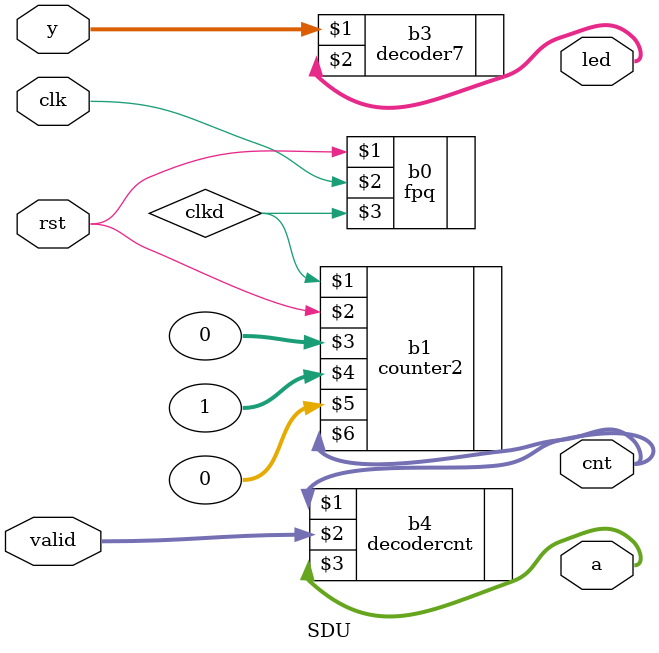
<source format=v>
`timescale 1ns / 1ps

module SDU #(parameter WIDTd = 4)
(
    input clk,
    input rst,
    input [WIDTd-1:0] y,
    input [7:0] valid,
    output [2:0] cnt,
    output [7:0] a,
    output [6:0] led
);
wire clkd;
wire [3:0] dd;
fpq b0(rst,clk,clkd);
counter2 b1(clkd,rst,0,1,0,cnt);
decodercnt b4(cnt,valid,a);
decoder7 b3(y,led); 
endmodule

</source>
